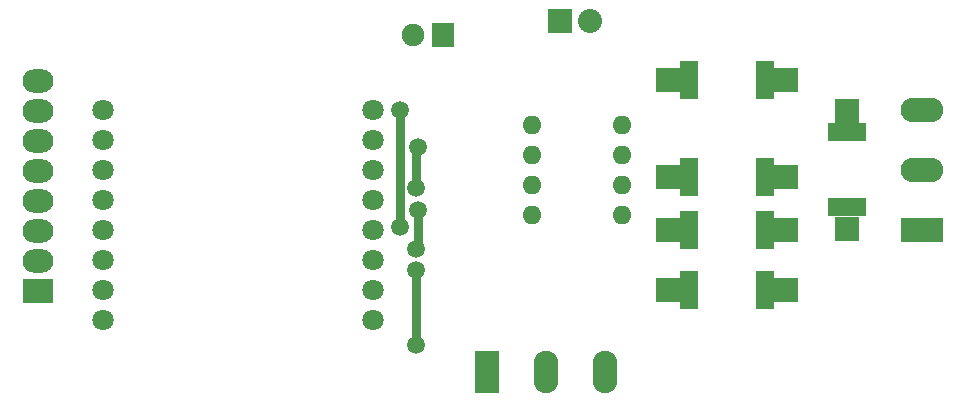
<source format=gbr>
G04 #@! TF.FileFunction,Copper,L1,Top,Signal*
%FSLAX46Y46*%
G04 Gerber Fmt 4.6, Leading zero omitted, Abs format (unit mm)*
G04 Created by KiCad (PCBNEW 4.0.5+dfsg1-4) date Fri Feb 15 16:12:20 2019*
%MOMM*%
%LPD*%
G01*
G04 APERTURE LIST*
%ADD10C,0.100000*%
%ADD11C,1.500000*%
%ADD12R,1.600200X3.200400*%
%ADD13R,1.998980X1.998980*%
%ADD14R,3.200400X1.600200*%
%ADD15C,1.800000*%
%ADD16O,1.600000X1.600000*%
%ADD17R,2.032000X2.032000*%
%ADD18O,2.032000X2.032000*%
%ADD19R,1.900000X2.000000*%
%ADD20C,1.900000*%
%ADD21R,3.600000X2.100000*%
%ADD22O,3.600000X2.100000*%
%ADD23R,2.100000X3.600000*%
%ADD24O,2.100000X3.600000*%
%ADD25R,2.600000X2.000000*%
%ADD26O,2.600000X2.000000*%
%ADD27C,0.600000*%
%ADD28C,0.762000*%
G04 APERTURE END LIST*
D10*
D11*
X163068000Y-101219000D03*
X162941000Y-99314000D03*
X163068000Y-95885000D03*
D12*
X192430400Y-107950000D03*
X186029600Y-107950000D03*
D13*
X194231260Y-107950000D03*
X184228740Y-107950000D03*
D14*
X199390000Y-100990400D03*
X199390000Y-94589600D03*
D13*
X199390000Y-102791260D03*
X199390000Y-92788740D03*
D15*
X159258000Y-92773500D03*
X159258000Y-95313500D03*
X159258000Y-97853500D03*
X159258000Y-100393500D03*
X159258000Y-102933500D03*
X159258000Y-105473500D03*
X159258000Y-108013500D03*
X159258000Y-110553500D03*
X136398000Y-110553500D03*
X136398000Y-108013500D03*
X136398000Y-105473500D03*
X136398000Y-102933500D03*
X136398000Y-100393500D03*
X136398000Y-97853500D03*
X136398000Y-95313500D03*
X136398000Y-92773500D03*
D16*
X172720000Y-93980000D03*
X172720000Y-96520000D03*
X172720000Y-99060000D03*
X172720000Y-101600000D03*
X180340000Y-101600000D03*
X180340000Y-99060000D03*
X180340000Y-96520000D03*
X180340000Y-93980000D03*
D17*
X175133000Y-85217000D03*
D18*
X177673000Y-85217000D03*
D12*
X192430400Y-90170000D03*
X186029600Y-90170000D03*
D13*
X194231260Y-90170000D03*
X184228740Y-90170000D03*
D12*
X192430400Y-98425000D03*
X186029600Y-98425000D03*
D13*
X194231260Y-98425000D03*
X184228740Y-98425000D03*
D12*
X192430400Y-102870000D03*
X186029600Y-102870000D03*
D13*
X194231260Y-102870000D03*
X184228740Y-102870000D03*
D19*
X165227000Y-86360000D03*
D20*
X162687000Y-86360000D03*
D11*
X161544000Y-92710000D03*
X161544000Y-102616000D03*
X162941000Y-104521000D03*
X162941000Y-106299000D03*
X162941000Y-112649000D03*
D21*
X205740000Y-102870000D03*
D22*
X205740000Y-97790000D03*
X205740000Y-92710000D03*
D23*
X168910000Y-114935000D03*
D24*
X173910000Y-114935000D03*
X178910000Y-114935000D03*
D25*
X130937000Y-108077000D03*
D26*
X130937000Y-105537000D03*
X130937000Y-102997000D03*
X130937000Y-100457000D03*
X130937000Y-97917000D03*
X130937000Y-95377000D03*
X130937000Y-92837000D03*
X130937000Y-90297000D03*
D27*
X163068000Y-101219000D03*
X162941000Y-99314000D03*
X163068000Y-95885000D03*
X162941000Y-104521000D03*
X162941000Y-106299000D03*
X162941000Y-112649000D03*
X161544000Y-102616000D03*
X161544000Y-92710000D03*
D28*
X163068000Y-104394000D02*
X163068000Y-101219000D01*
X162941000Y-96012000D02*
X162941000Y-99314000D01*
X163068000Y-95885000D02*
X162941000Y-96012000D01*
X162941000Y-104521000D02*
X163068000Y-104394000D01*
X162941000Y-106299000D02*
X162941000Y-112649000D01*
X161544000Y-92710000D02*
X161544000Y-102616000D01*
M02*

</source>
